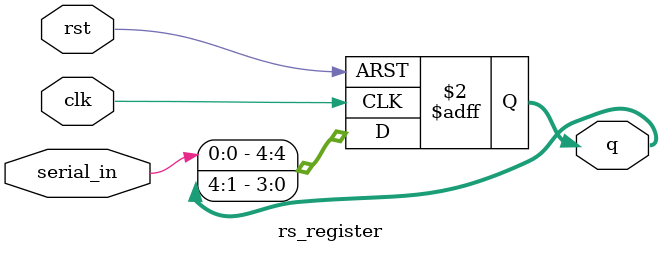
<source format=sv>
module rs_register(q, clk, rst, serial_in);
  
  input clk, rst;
  input serial_in;
  output reg [4:0] q;
  
  always @( posedge clk, posedge rst)
    
    if(rst)
      q <= 5'b00000;
  
    else
      q <= {serial_in, q[4:1]};

endmodule

</source>
